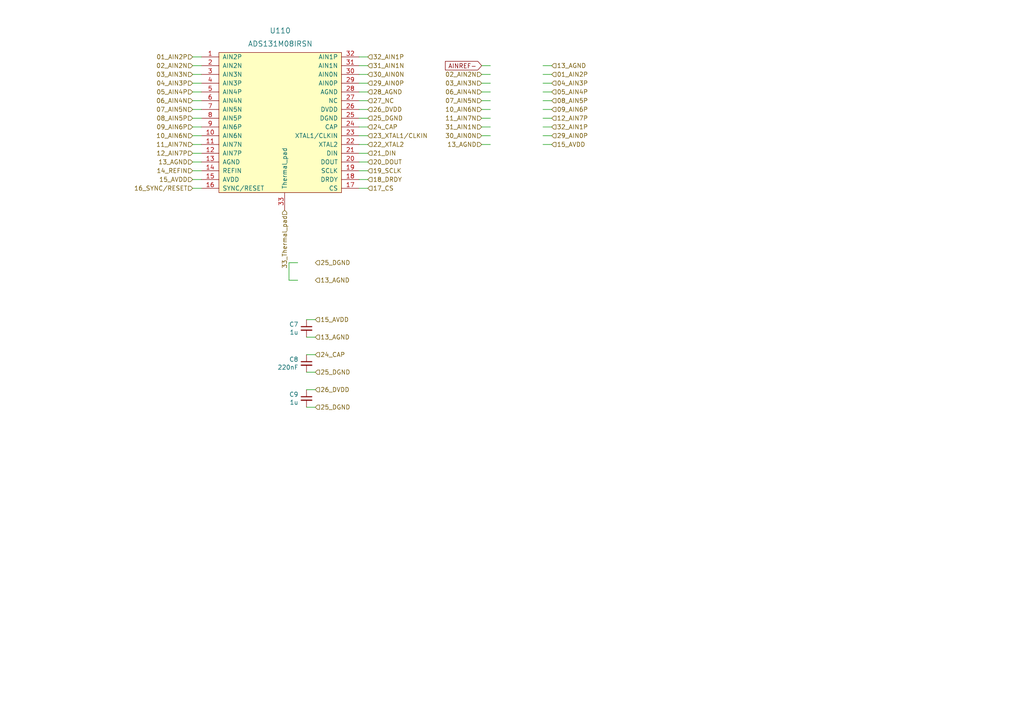
<source format=kicad_sch>
(kicad_sch (version 20210621) (generator eeschema)
  (paper "A4")
  (lib_symbols
    (symbol "FreeEEG32-ads131-rescue:C_Small-Device" (pin_numbers hide) (pin_names (offset 0.254) hide)
      (property "Reference" "C" (at 0.254 1.778 0))
      (property "Value" "C_Small-Device" (at 0.254 -2.032 0))
      (symbol "C_Small-Device_0_1"
        (polyline (pts (xy -1.524 -0.508) (xy 1.524 -0.508)) (stroke (width 0.3302)))
        (polyline (pts (xy -1.524 0.508) (xy 1.524 0.508)) (stroke (width 0.3048)))
      )
      (symbol "C_Small-Device_1_1"
        (pin passive line (at 0 2.54 270) (length 2.032) (name "~") (number "1"))
        (pin passive line (at 0 -2.54 90) (length 2.032) (name "~") (number "2"))
      )
    )
    (symbol "ads131:ADS131M08IPBS" (pin_names (offset 1.016))
      (property "Reference" "U?" (at -1.27 44.45 0))
      (property "Value" "ADS131M08IPBS" (at -1.27 40.64 0))
      (symbol "ADS131M08IPBS_0_1"
        (rectangle (start -19.05 39.37) (end 16.51 -1.27) (fill (type background)))
      )
      (symbol "ADS131M08IPBS_1_1"
        (pin input line (at -24.13 38.1 0) (length 5.08) (name "AIN2P") (number "1"))
        (pin input line (at -24.13 15.24 0) (length 5.08) (name "AIN6N") (number "10"))
        (pin input line (at -24.13 12.7 0) (length 5.08) (name "AIN7N") (number "11"))
        (pin input line (at -24.13 10.16 0) (length 5.08) (name "AIN7P") (number "12"))
        (pin input line (at -24.13 7.62 0) (length 5.08) (name "AGND") (number "13"))
        (pin input line (at -24.13 5.08 0) (length 5.08) (name "REFIN") (number "14"))
        (pin input line (at -24.13 2.54 0) (length 5.08) (name "AVDD") (number "15"))
        (pin input line (at -24.13 0 0) (length 5.08) (name "SYNC/RESET") (number "16"))
        (pin input line (at 21.59 0 180) (length 5.08) (name "CS") (number "17"))
        (pin input line (at 21.59 2.54 180) (length 5.08) (name "DRDY") (number "18"))
        (pin input line (at 21.59 5.08 180) (length 5.08) (name "SCLK") (number "19"))
        (pin input line (at -24.13 35.56 0) (length 5.08) (name "AIN2N") (number "2"))
        (pin input line (at 21.59 7.62 180) (length 5.08) (name "DOUT") (number "20"))
        (pin input line (at 21.59 10.16 180) (length 5.08) (name "DIN") (number "21"))
        (pin input line (at 21.59 12.7 180) (length 5.08) (name "XTAL2") (number "22"))
        (pin input line (at 21.59 15.24 180) (length 5.08) (name "XTAL1/CLKIN") (number "23"))
        (pin input line (at 21.59 17.78 180) (length 5.08) (name "CAP") (number "24"))
        (pin input line (at 21.59 20.32 180) (length 5.08) (name "DGND") (number "25"))
        (pin input line (at 21.59 22.86 180) (length 5.08) (name "DVDD") (number "26"))
        (pin input line (at 21.59 25.4 180) (length 5.08) (name "NC") (number "27"))
        (pin input line (at 21.59 27.94 180) (length 5.08) (name "AGND") (number "28"))
        (pin input line (at 21.59 30.48 180) (length 5.08) (name "AIN0P") (number "29"))
        (pin input line (at -24.13 33.02 0) (length 5.08) (name "AIN3N") (number "3"))
        (pin input line (at 21.59 33.02 180) (length 5.08) (name "AIN0N") (number "30"))
        (pin input line (at 21.59 35.56 180) (length 5.08) (name "AIN1N") (number "31"))
        (pin input line (at 21.59 38.1 180) (length 5.08) (name "AIN1P") (number "32"))
        (pin input line (at 0 -6.35 90) (length 5.08) (name "Thermal_pad") (number "33"))
        (pin input line (at -24.13 30.48 0) (length 5.08) (name "AIN3P") (number "4"))
        (pin input line (at -24.13 27.94 0) (length 5.08) (name "AIN4P") (number "5"))
        (pin input line (at -24.13 25.4 0) (length 5.08) (name "AIN4N") (number "6"))
        (pin input line (at -24.13 22.86 0) (length 5.08) (name "AIN5N") (number "7"))
        (pin input line (at -24.13 20.32 0) (length 5.08) (name "AIN5P") (number "8"))
        (pin input line (at -24.13 17.78 0) (length 5.08) (name "AIN6P") (number "9"))
      )
    )
  )
  (wire (pts (xy 55.88 16.51) (xy 58.42 16.51)))
  (wire (pts (xy 55.88 19.05) (xy 58.42 19.05)))
  (wire (pts (xy 55.88 21.59) (xy 58.42 21.59)))
  (wire (pts (xy 55.88 24.13) (xy 58.42 24.13)))
  (wire (pts (xy 55.88 29.21) (xy 58.42 29.21)))
  (wire (pts (xy 55.88 31.75) (xy 58.42 31.75)))
  (wire (pts (xy 55.88 34.29) (xy 58.42 34.29)))
  (wire (pts (xy 55.88 36.83) (xy 58.42 36.83)))
  (wire (pts (xy 55.88 39.37) (xy 58.42 39.37)))
  (wire (pts (xy 55.88 41.91) (xy 58.42 41.91)))
  (wire (pts (xy 55.88 44.45) (xy 58.42 44.45)))
  (wire (pts (xy 55.88 46.99) (xy 58.42 46.99)))
  (wire (pts (xy 55.88 49.53) (xy 58.42 49.53)))
  (wire (pts (xy 55.88 52.07) (xy 58.42 52.07)))
  (wire (pts (xy 55.88 54.61) (xy 58.42 54.61)))
  (wire (pts (xy 58.42 26.67) (xy 55.88 26.67)))
  (wire (pts (xy 83.82 76.2) (xy 83.82 81.28)))
  (wire (pts (xy 83.82 81.28) (xy 86.36 81.28)))
  (wire (pts (xy 86.36 76.2) (xy 83.82 76.2)))
  (wire (pts (xy 91.44 92.71) (xy 88.9 92.71)))
  (wire (pts (xy 91.44 97.79) (xy 88.9 97.79)))
  (wire (pts (xy 91.44 102.87) (xy 88.9 102.87)))
  (wire (pts (xy 91.44 107.95) (xy 88.9 107.95)))
  (wire (pts (xy 91.44 113.03) (xy 88.9 113.03)))
  (wire (pts (xy 91.44 118.11) (xy 88.9 118.11)))
  (wire (pts (xy 104.14 16.51) (xy 106.68 16.51)))
  (wire (pts (xy 104.14 19.05) (xy 106.68 19.05)))
  (wire (pts (xy 104.14 21.59) (xy 106.68 21.59)))
  (wire (pts (xy 104.14 24.13) (xy 106.68 24.13)))
  (wire (pts (xy 104.14 29.21) (xy 106.68 29.21)))
  (wire (pts (xy 104.14 31.75) (xy 106.68 31.75)))
  (wire (pts (xy 104.14 34.29) (xy 106.68 34.29)))
  (wire (pts (xy 104.14 36.83) (xy 106.68 36.83)))
  (wire (pts (xy 104.14 39.37) (xy 106.68 39.37)))
  (wire (pts (xy 104.14 41.91) (xy 106.68 41.91)))
  (wire (pts (xy 104.14 44.45) (xy 106.68 44.45)))
  (wire (pts (xy 104.14 46.99) (xy 106.68 46.99)))
  (wire (pts (xy 104.14 49.53) (xy 106.68 49.53)))
  (wire (pts (xy 104.14 52.07) (xy 106.68 52.07)))
  (wire (pts (xy 104.14 54.61) (xy 106.68 54.61)))
  (wire (pts (xy 106.68 26.67) (xy 104.14 26.67)))
  (wire (pts (xy 139.7 21.59) (xy 142.24 21.59)))
  (wire (pts (xy 139.7 24.13) (xy 142.24 24.13)))
  (wire (pts (xy 139.7 26.67) (xy 142.24 26.67)))
  (wire (pts (xy 139.7 29.21) (xy 142.24 29.21)))
  (wire (pts (xy 139.7 31.75) (xy 142.24 31.75)))
  (wire (pts (xy 139.7 34.29) (xy 142.24 34.29)))
  (wire (pts (xy 139.7 36.83) (xy 142.24 36.83)))
  (wire (pts (xy 139.7 39.37) (xy 142.24 39.37)))
  (wire (pts (xy 142.24 19.05) (xy 139.7 19.05)))
  (wire (pts (xy 142.24 41.91) (xy 139.7 41.91)))
  (wire (pts (xy 160.02 19.05) (xy 157.48 19.05)))
  (wire (pts (xy 160.02 21.59) (xy 157.48 21.59)))
  (wire (pts (xy 160.02 24.13) (xy 157.48 24.13)))
  (wire (pts (xy 160.02 26.67) (xy 157.48 26.67)))
  (wire (pts (xy 160.02 29.21) (xy 157.48 29.21)))
  (wire (pts (xy 160.02 31.75) (xy 157.48 31.75)))
  (wire (pts (xy 160.02 34.29) (xy 157.48 34.29)))
  (wire (pts (xy 160.02 36.83) (xy 157.48 36.83)))
  (wire (pts (xy 160.02 39.37) (xy 157.48 39.37)))
  (wire (pts (xy 160.02 41.91) (xy 157.48 41.91)))
  (global_label "AINREF-" (shape input) (at 139.7 19.05 180) (property "Intersheet References" "${INTERSHEET_REFS}" (effects hide)))
  (hierarchical_label "01_AIN2P" (shape input) (at 55.88 16.51 180))
  (hierarchical_label "02_AIN2N" (shape input) (at 55.88 19.05 180))
  (hierarchical_label "03_AIN3N" (shape input) (at 55.88 21.59 180))
  (hierarchical_label "04_AIN3P" (shape input) (at 55.88 24.13 180))
  (hierarchical_label "05_AIN4P" (shape input) (at 55.88 26.67 180))
  (hierarchical_label "06_AIN4N" (shape input) (at 55.88 29.21 180))
  (hierarchical_label "07_AIN5N" (shape input) (at 55.88 31.75 180))
  (hierarchical_label "08_AIN5P" (shape input) (at 55.88 34.29 180))
  (hierarchical_label "09_AIN6P" (shape input) (at 55.88 36.83 180))
  (hierarchical_label "10_AIN6N" (shape input) (at 55.88 39.37 180))
  (hierarchical_label "11_AIN7N" (shape input) (at 55.88 41.91 180))
  (hierarchical_label "12_AIN7P" (shape input) (at 55.88 44.45 180))
  (hierarchical_label "13_AGND" (shape input) (at 55.88 46.99 180))
  (hierarchical_label "14_REFIN" (shape input) (at 55.88 49.53 180))
  (hierarchical_label "15_AVDD" (shape input) (at 55.88 52.07 180))
  (hierarchical_label "16_SYNC{slash}RESET" (shape input) (at 55.88 54.61 180))
  (hierarchical_label "33_Thermal_pad" (shape input) (at 82.55 60.96 270))
  (hierarchical_label "25_DGND" (shape input) (at 91.44 76.2 0))
  (hierarchical_label "13_AGND" (shape input) (at 91.44 81.28 0))
  (hierarchical_label "15_AVDD" (shape input) (at 91.44 92.71 0))
  (hierarchical_label "13_AGND" (shape input) (at 91.44 97.79 0))
  (hierarchical_label "24_CAP" (shape input) (at 91.44 102.87 0))
  (hierarchical_label "25_DGND" (shape input) (at 91.44 107.95 0))
  (hierarchical_label "26_DVDD" (shape input) (at 91.44 113.03 0))
  (hierarchical_label "25_DGND" (shape input) (at 91.44 118.11 0))
  (hierarchical_label "32_AIN1P" (shape input) (at 106.68 16.51 0))
  (hierarchical_label "31_AIN1N" (shape input) (at 106.68 19.05 0))
  (hierarchical_label "30_AIN0N" (shape input) (at 106.68 21.59 0))
  (hierarchical_label "29_AIN0P" (shape input) (at 106.68 24.13 0))
  (hierarchical_label "28_AGND" (shape input) (at 106.68 26.67 0))
  (hierarchical_label "27_NC" (shape input) (at 106.68 29.21 0))
  (hierarchical_label "26_DVDD" (shape input) (at 106.68 31.75 0))
  (hierarchical_label "25_DGND" (shape input) (at 106.68 34.29 0))
  (hierarchical_label "24_CAP" (shape input) (at 106.68 36.83 0))
  (hierarchical_label "23_XTAL1{slash}CLKIN" (shape input) (at 106.68 39.37 0))
  (hierarchical_label "22_XTAL2" (shape input) (at 106.68 41.91 0))
  (hierarchical_label "21_DIN" (shape input) (at 106.68 44.45 0))
  (hierarchical_label "20_DOUT" (shape input) (at 106.68 46.99 0))
  (hierarchical_label "19_SCLK" (shape input) (at 106.68 49.53 0))
  (hierarchical_label "18_DRDY" (shape input) (at 106.68 52.07 0))
  (hierarchical_label "17_CS" (shape input) (at 106.68 54.61 0))
  (hierarchical_label "02_AIN2N" (shape input) (at 139.7 21.59 180))
  (hierarchical_label "03_AIN3N" (shape input) (at 139.7 24.13 180))
  (hierarchical_label "06_AIN4N" (shape input) (at 139.7 26.67 180))
  (hierarchical_label "07_AIN5N" (shape input) (at 139.7 29.21 180))
  (hierarchical_label "10_AIN6N" (shape input) (at 139.7 31.75 180))
  (hierarchical_label "11_AIN7N" (shape input) (at 139.7 34.29 180))
  (hierarchical_label "31_AIN1N" (shape input) (at 139.7 36.83 180))
  (hierarchical_label "30_AIN0N" (shape input) (at 139.7 39.37 180))
  (hierarchical_label "13_AGND" (shape input) (at 139.7 41.91 180))
  (hierarchical_label "13_AGND" (shape input) (at 160.02 19.05 0))
  (hierarchical_label "01_AIN2P" (shape input) (at 160.02 21.59 0))
  (hierarchical_label "04_AIN3P" (shape input) (at 160.02 24.13 0))
  (hierarchical_label "05_AIN4P" (shape input) (at 160.02 26.67 0))
  (hierarchical_label "08_AIN5P" (shape input) (at 160.02 29.21 0))
  (hierarchical_label "09_AIN6P" (shape input) (at 160.02 31.75 0))
  (hierarchical_label "12_AIN7P" (shape input) (at 160.02 34.29 0))
  (hierarchical_label "32_AIN1P" (shape input) (at 160.02 36.83 0))
  (hierarchical_label "29_AIN0P" (shape input) (at 160.02 39.37 0))
  (hierarchical_label "15_AVDD" (shape input) (at 160.02 41.91 0))
  (symbol (lib_id "FreeEEG32-ads131-rescue:C_Small-Device") (at 88.9 95.25 0) (mirror y) (unit 1)
    (property "Reference" "C7" (at 86.5632 94.0816 0) (effects (justify left)))
    (property "Value" "1u" (at 86.5632 96.393 0) (effects (justify left)))
    (property "Footprint" "Capacitor_SMD:C_0402_1005Metric" (effects hide))
    (property "Datasheet" "C0G" (effects hide))
    (property "MNP" "CL05A105KO5NNNC" (effects hide))
  )
  (symbol (lib_id "FreeEEG32-ads131-rescue:C_Small-Device") (at 88.9 105.41 0) (mirror y) (unit 1)
    (property "Reference" "C8" (at 86.5632 104.2416 0) (effects (justify left)))
    (property "Value" "220nF" (at 86.5632 106.553 0) (effects (justify left)))
    (property "Footprint" "Capacitor_SMD:C_0402_1005Metric" (effects hide))
    (property "Datasheet" "X7R, not Y5V" (effects hide))
    (property "MNP" "CL05A105KO5NNNC" (effects hide))
  )
  (symbol (lib_id "FreeEEG32-ads131-rescue:C_Small-Device") (at 88.9 115.57 0) (mirror y) (unit 1)
    (property "Reference" "C9" (at 86.5632 114.4016 0) (effects (justify left)))
    (property "Value" "1u" (at 86.5632 116.713 0) (effects (justify left)))
    (property "Footprint" "Capacitor_SMD:C_0402_1005Metric" (effects hide))
    (property "Datasheet" "X7R, not Y5V" (effects hide))
    (property "MNP" "CL05A105KO5NNNC" (effects hide))
  )
  (symbol (lib_id "ads131:ADS131M08IPBS") (at 82.55 54.61 0) (unit 1)
    (property "Reference" "U110" (at 81.28 8.89 0) (effects (font (size 1.524 1.524))))
    (property "Value" "ADS131M08IRSN" (at 81.28 12.7 0) (effects (font (size 1.524 1.524))))
    (property "Footprint" "Package_DFN_QFN:QFN-32-1EP_4x4mm_P0.4mm_EP2.65x2.65mm_ThermalVias" (effects hide))
    (property "MNP" "AD7771BCPZ" (effects hide))
    (property "Manufacturer" "Analog Devices" (effects hide))
  )
)
</source>
